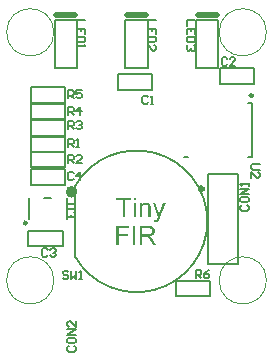
<source format=gto>
G04*
G04 #@! TF.GenerationSoftware,Altium Limited,Altium Designer,19.1.5 (86)*
G04*
G04 Layer_Color=65535*
%FSAX44Y44*%
%MOMM*%
G71*
G01*
G75*
%ADD10C,0.4000*%
%ADD11C,0.2500*%
%ADD12C,0.5000*%
%ADD13C,0.2000*%
%ADD14C,0.0127*%
%ADD15C,0.1500*%
G36*
X02944391Y02460680D02*
X02942424D01*
Y02462925D01*
X02944391D01*
Y02460680D01*
D02*
G37*
G36*
X02953207Y02458760D02*
X02953462Y02458737D01*
X02953763Y02458690D01*
X02954086Y02458621D01*
X02954434Y02458528D01*
X02954757Y02458389D01*
X02954804Y02458366D01*
X02954896Y02458320D01*
X02955058Y02458251D01*
X02955243Y02458135D01*
X02955475Y02457996D01*
X02955683Y02457811D01*
X02955891Y02457626D01*
X02956076Y02457394D01*
X02956100Y02457371D01*
X02956146Y02457279D01*
X02956215Y02457163D01*
X02956331Y02457001D01*
X02956423Y02456770D01*
X02956516Y02456538D01*
X02956632Y02456261D01*
X02956701Y02455960D01*
Y02455937D01*
X02956724Y02455844D01*
X02956747Y02455705D01*
X02956771Y02455520D01*
Y02455242D01*
X02956794Y02454919D01*
X02956817Y02454525D01*
Y02454039D01*
Y02446912D01*
X02954850D01*
Y02453947D01*
Y02453970D01*
Y02453993D01*
Y02454155D01*
Y02454363D01*
X02954827Y02454618D01*
X02954804Y02454919D01*
X02954757Y02455219D01*
X02954688Y02455497D01*
X02954619Y02455751D01*
Y02455775D01*
X02954572Y02455844D01*
X02954503Y02455960D01*
X02954434Y02456099D01*
X02954318Y02456237D01*
X02954179Y02456399D01*
X02953994Y02456561D01*
X02953786Y02456700D01*
X02953763Y02456723D01*
X02953693Y02456770D01*
X02953554Y02456816D01*
X02953392Y02456885D01*
X02953207Y02456955D01*
X02952976Y02457024D01*
X02952698Y02457047D01*
X02952420Y02457070D01*
X02952305D01*
X02952212Y02457047D01*
X02951981Y02457024D01*
X02951680Y02456978D01*
X02951356Y02456862D01*
X02950986Y02456723D01*
X02950616Y02456538D01*
X02950268Y02456261D01*
X02950222Y02456214D01*
X02950129Y02456099D01*
X02950060Y02456006D01*
X02949991Y02455890D01*
X02949898Y02455751D01*
X02949829Y02455589D01*
X02949736Y02455404D01*
X02949644Y02455173D01*
X02949574Y02454919D01*
X02949505Y02454641D01*
X02949459Y02454340D01*
X02949412Y02454016D01*
X02949366Y02453623D01*
Y02453229D01*
Y02446912D01*
X02947399D01*
Y02458528D01*
X02949158D01*
Y02456862D01*
X02949181Y02456885D01*
X02949227Y02456955D01*
X02949297Y02457047D01*
X02949389Y02457163D01*
X02949528Y02457302D01*
X02949690Y02457464D01*
X02949875Y02457649D01*
X02950107Y02457834D01*
X02950338Y02457996D01*
X02950616Y02458181D01*
X02950916Y02458343D01*
X02951240Y02458482D01*
X02951610Y02458598D01*
X02951981Y02458690D01*
X02952397Y02458760D01*
X02952837Y02458783D01*
X02953022D01*
X02953207Y02458760D01*
D02*
G37*
G36*
X02964939Y02446727D02*
Y02446704D01*
X02964915Y02446635D01*
X02964869Y02446542D01*
X02964823Y02446426D01*
X02964754Y02446264D01*
X02964684Y02446079D01*
X02964522Y02445686D01*
X02964360Y02445246D01*
X02964175Y02444807D01*
X02963990Y02444413D01*
X02963897Y02444251D01*
X02963828Y02444089D01*
X02963805Y02444043D01*
X02963735Y02443927D01*
X02963620Y02443765D01*
X02963481Y02443557D01*
X02963296Y02443326D01*
X02963087Y02443094D01*
X02962879Y02442863D01*
X02962625Y02442678D01*
X02962602Y02442655D01*
X02962509Y02442608D01*
X02962370Y02442539D01*
X02962162Y02442446D01*
X02961931Y02442354D01*
X02961653Y02442284D01*
X02961352Y02442238D01*
X02961005Y02442215D01*
X02960912D01*
X02960797Y02442238D01*
X02960635D01*
X02960450Y02442284D01*
X02960241Y02442331D01*
X02960010Y02442377D01*
X02959756Y02442469D01*
X02959547Y02444297D01*
X02959570D01*
X02959663Y02444274D01*
X02959779Y02444251D01*
X02959918Y02444205D01*
X02960288Y02444135D01*
X02960658Y02444112D01*
X02960774D01*
X02960889Y02444135D01*
X02961028D01*
X02961375Y02444205D01*
X02961537Y02444274D01*
X02961699Y02444344D01*
X02961722D01*
X02961769Y02444390D01*
X02961838Y02444436D01*
X02961931Y02444506D01*
X02962139Y02444691D01*
X02962324Y02444945D01*
Y02444969D01*
X02962370Y02445015D01*
X02962417Y02445107D01*
X02962463Y02445246D01*
X02962556Y02445431D01*
X02962648Y02445709D01*
X02962787Y02446033D01*
X02962926Y02446426D01*
Y02446449D01*
X02962972Y02446542D01*
X02963018Y02446704D01*
X02963111Y02446912D01*
X02958714Y02458528D01*
X02960797D01*
X02963226Y02451795D01*
Y02451772D01*
X02963250Y02451748D01*
X02963273Y02451679D01*
X02963296Y02451563D01*
X02963342Y02451448D01*
X02963388Y02451309D01*
X02963504Y02450985D01*
X02963643Y02450591D01*
X02963782Y02450129D01*
X02963921Y02449643D01*
X02964059Y02449111D01*
Y02449134D01*
X02964083Y02449180D01*
X02964106Y02449249D01*
X02964129Y02449342D01*
X02964152Y02449458D01*
X02964198Y02449596D01*
X02964291Y02449944D01*
X02964406Y02450337D01*
X02964568Y02450800D01*
X02964707Y02451263D01*
X02964893Y02451748D01*
X02967391Y02458528D01*
X02969359D01*
X02964939Y02446727D01*
D02*
G37*
G36*
X02944391Y02446912D02*
X02942424D01*
Y02458528D01*
X02944391D01*
Y02446912D01*
D02*
G37*
G36*
X02940480Y02461027D02*
X02935204D01*
Y02446912D01*
X02933076D01*
Y02461027D01*
X02927800D01*
Y02462925D01*
X02940480D01*
Y02461027D01*
D02*
G37*
G36*
X02955243Y02438989D02*
X02955452D01*
X02955938Y02438966D01*
X02956447Y02438897D01*
X02957002Y02438827D01*
X02957511Y02438712D01*
X02957766Y02438642D01*
X02957974Y02438573D01*
X02957997D01*
X02958020Y02438550D01*
X02958159Y02438480D01*
X02958367Y02438388D01*
X02958622Y02438226D01*
X02958900Y02438017D01*
X02959200Y02437740D01*
X02959478Y02437416D01*
X02959756Y02437046D01*
Y02437023D01*
X02959779Y02436999D01*
X02959871Y02436861D01*
X02959964Y02436629D01*
X02960103Y02436328D01*
X02960218Y02435981D01*
X02960334Y02435565D01*
X02960403Y02435125D01*
X02960427Y02434639D01*
Y02434616D01*
Y02434570D01*
Y02434477D01*
X02960403Y02434362D01*
Y02434200D01*
X02960380Y02434037D01*
X02960288Y02433644D01*
X02960149Y02433181D01*
X02959964Y02432695D01*
X02959686Y02432209D01*
X02959501Y02431978D01*
X02959316Y02431747D01*
X02959293Y02431724D01*
X02959270Y02431700D01*
X02959200Y02431631D01*
X02959108Y02431562D01*
X02958992Y02431469D01*
X02958853Y02431376D01*
X02958668Y02431261D01*
X02958483Y02431122D01*
X02958252Y02431006D01*
X02957997Y02430891D01*
X02957719Y02430752D01*
X02957419Y02430636D01*
X02957072Y02430543D01*
X02956724Y02430428D01*
X02956331Y02430358D01*
X02955914Y02430289D01*
X02955961Y02430266D01*
X02956053Y02430220D01*
X02956192Y02430127D01*
X02956377Y02430034D01*
X02956794Y02429780D01*
X02957002Y02429618D01*
X02957187Y02429479D01*
X02957233Y02429433D01*
X02957349Y02429317D01*
X02957534Y02429132D01*
X02957766Y02428901D01*
X02958020Y02428577D01*
X02958321Y02428230D01*
X02958622Y02427813D01*
X02958946Y02427350D01*
X02961699Y02423000D01*
X02959061D01*
X02956956Y02426332D01*
Y02426355D01*
X02956909Y02426402D01*
X02956863Y02426471D01*
X02956794Y02426564D01*
X02956632Y02426818D01*
X02956423Y02427142D01*
X02956169Y02427489D01*
X02955914Y02427859D01*
X02955660Y02428206D01*
X02955428Y02428530D01*
X02955405Y02428553D01*
X02955336Y02428646D01*
X02955220Y02428785D01*
X02955058Y02428947D01*
X02954711Y02429294D01*
X02954526Y02429456D01*
X02954341Y02429595D01*
X02954318Y02429618D01*
X02954272Y02429641D01*
X02954179Y02429687D01*
X02954040Y02429757D01*
X02953901Y02429826D01*
X02953739Y02429895D01*
X02953369Y02430011D01*
X02953346D01*
X02953300Y02430034D01*
X02953207D01*
X02953091Y02430058D01*
X02952929Y02430081D01*
X02952744D01*
X02952490Y02430104D01*
X02949759D01*
Y02423000D01*
X02947631D01*
Y02439012D01*
X02955058D01*
X02955243Y02438989D01*
D02*
G37*
G36*
X02943859Y02423000D02*
X02941730D01*
Y02439012D01*
X02943859D01*
Y02423000D01*
D02*
G37*
G36*
X02938629Y02437115D02*
X02929929D01*
Y02432163D01*
X02937449D01*
Y02430266D01*
X02929929D01*
Y02423000D01*
X02927800D01*
Y02439012D01*
X02938629D01*
Y02437115D01*
D02*
G37*
%LPC*%
G36*
X02954804Y02437231D02*
X02949759D01*
Y02431932D01*
X02954526D01*
X02954804Y02431955D01*
X02955128Y02431978D01*
X02955498Y02432001D01*
X02955868Y02432047D01*
X02956238Y02432117D01*
X02956562Y02432209D01*
X02956609Y02432233D01*
X02956701Y02432279D01*
X02956840Y02432348D01*
X02957025Y02432441D01*
X02957233Y02432580D01*
X02957442Y02432742D01*
X02957650Y02432950D01*
X02957812Y02433181D01*
X02957835Y02433204D01*
X02957881Y02433297D01*
X02957951Y02433436D01*
X02958043Y02433621D01*
X02958112Y02433829D01*
X02958182Y02434061D01*
X02958228Y02434338D01*
X02958252Y02434616D01*
Y02434639D01*
Y02434662D01*
X02958228Y02434801D01*
X02958205Y02435009D01*
X02958159Y02435287D01*
X02958043Y02435565D01*
X02957904Y02435889D01*
X02957696Y02436190D01*
X02957419Y02436490D01*
X02957372Y02436513D01*
X02957256Y02436606D01*
X02957072Y02436722D01*
X02956771Y02436861D01*
X02956423Y02436999D01*
X02955961Y02437115D01*
X02955428Y02437208D01*
X02954804Y02437231D01*
D02*
G37*
%LPD*%
D10*
X03001028Y02470400D02*
G03*
X03001028Y02470400I-00001270J00000000D01*
G01*
D11*
X03043300Y02549500D02*
G03*
X03043300Y02549500I-00001250J00000000D01*
G01*
X02851800Y02441650D02*
G03*
X02851800Y02441650I-00001250J00000000D01*
G01*
D12*
X02892300Y02468000D02*
G03*
X02892300Y02468000I-00002500J00000000D01*
G01*
X02876800Y02618000D02*
X02892800D01*
X02936800D02*
X02952800D01*
X02996800D02*
X03012800D01*
D13*
X02892829Y02413017D02*
G03*
X02892829Y02472983I00051971J00029983D01*
G01*
X03005600Y02406900D02*
Y02483100D01*
Y02406900D02*
X03031000D01*
Y02483100D01*
X03005600D02*
X03031000D01*
X02875400Y02613190D02*
X02884800D01*
X02875400Y02572810D02*
Y02613190D01*
Y02572810D02*
X02894200D01*
Y02613190D01*
X02884800D02*
X02894200D01*
X03038800Y02497500D02*
X03042800D01*
X02984800D02*
X02988800D01*
X03038800Y02543500D02*
X03042800D01*
Y02497500D02*
Y02543500D01*
X02866800Y02462650D02*
X02872800D01*
X02853800Y02444650D02*
Y02462650D01*
X02885800Y02444650D02*
Y02462650D01*
X02978300Y02392500D02*
X03007300D01*
X02978300Y02379500D02*
Y02392500D01*
Y02379500D02*
X03007300D01*
Y02392500D01*
X02892800Y02413000D02*
Y02472983D01*
X02855300Y02487000D02*
X02884300D01*
X02855300Y02474000D02*
Y02487000D01*
Y02474000D02*
X02884300D01*
Y02487000D01*
X02855300Y02529500D02*
Y02542500D01*
X02884300D01*
Y02529500D02*
Y02542500D01*
X02855300Y02529500D02*
X02884300D01*
X02855300Y02543500D02*
Y02556500D01*
X02884300D01*
Y02543500D02*
Y02556500D01*
X02855300Y02543500D02*
X02884300D01*
X02957924Y02554460D02*
Y02567460D01*
X02928924Y02554460D02*
X02957924D01*
X02928924D02*
Y02567460D01*
X02957924D01*
X02882300Y02422100D02*
Y02435100D01*
X02853300Y02422100D02*
X02882300D01*
X02853300D02*
Y02435100D01*
X02882300D01*
X02855300Y02515500D02*
Y02528500D01*
X02884300D01*
Y02515500D02*
Y02528500D01*
X02855300Y02515500D02*
X02884300D01*
X02944800Y02613190D02*
X02954200D01*
Y02572810D02*
Y02613190D01*
X02935400Y02572810D02*
X02954200D01*
X02935400D02*
Y02613190D01*
X02944800D01*
X03004800D02*
X03014200D01*
Y02572810D02*
Y02613190D01*
X02995400Y02572810D02*
X03014200D01*
X02995400D02*
Y02613190D01*
X03004800D01*
X02884300Y02489000D02*
Y02502000D01*
X02855300Y02489000D02*
X02884300D01*
X02855300D02*
Y02502000D01*
X02884300D01*
Y02501519D02*
Y02514519D01*
X02855300Y02501519D02*
X02884300D01*
X02855300D02*
Y02514519D01*
X02884300D01*
X03044300Y02559500D02*
Y02572500D01*
X03015300Y02559500D02*
X03044300D01*
X03015300D02*
Y02572500D01*
X03044300D01*
D14*
X03054800Y02393000D02*
G03*
X03054800Y02393000I-00020000J00000000D01*
G01*
X02874800D02*
G03*
X02874800Y02393000I-00020000J00000000D01*
G01*
X03054800Y02603000D02*
G03*
X03054800Y02603000I-00020000J00000000D01*
G01*
X02874800D02*
G03*
X02874800Y02603000I-00020000J00000000D01*
G01*
D15*
X02891465Y02483831D02*
X02890299Y02484998D01*
X02887966D01*
X02886800Y02483831D01*
Y02479166D01*
X02887966Y02478000D01*
X02890299D01*
X02891465Y02479166D01*
X02897296Y02478000D02*
Y02484998D01*
X02893798Y02481499D01*
X02898463D01*
X02886965Y02399977D02*
X02885799Y02401143D01*
X02883466D01*
X02882300Y02399977D01*
Y02398810D01*
X02883466Y02397644D01*
X02885799D01*
X02886965Y02396478D01*
Y02395311D01*
X02885799Y02394145D01*
X02883466D01*
X02882300Y02395311D01*
X02889298Y02401143D02*
Y02394145D01*
X02891630Y02396478D01*
X02893963Y02394145D01*
Y02401143D01*
X02896295Y02394145D02*
X02898628D01*
X02897462D01*
Y02401143D01*
X02896295Y02399977D01*
X02994800Y02395000D02*
Y02401998D01*
X02998299D01*
X02999465Y02400831D01*
Y02398499D01*
X02998299Y02397333D01*
X02994800D01*
X02997133D02*
X02999465Y02395000D01*
X03006463Y02401998D02*
X03004130Y02400831D01*
X03001798Y02398499D01*
Y02396166D01*
X03002964Y02395000D01*
X03005297D01*
X03006463Y02396166D01*
Y02397333D01*
X03005297Y02398499D01*
X03001798D01*
X02886800Y02533000D02*
Y02539998D01*
X02890299D01*
X02891465Y02538831D01*
Y02536499D01*
X02890299Y02535333D01*
X02886800D01*
X02889133D02*
X02891465Y02533000D01*
X02897296D02*
Y02539998D01*
X02893798Y02536499D01*
X02898463D01*
X02892798Y02458000D02*
X02886966D01*
X02885800Y02456834D01*
Y02454501D01*
X02886966Y02453335D01*
X02892798D01*
X02891631Y02451002D02*
X02892798Y02449836D01*
Y02447503D01*
X02891631Y02446337D01*
X02890465D01*
X02889299Y02447503D01*
Y02448670D01*
Y02447503D01*
X02888133Y02446337D01*
X02886966D01*
X02885800Y02447503D01*
Y02449836D01*
X02886966Y02451002D01*
X03049048Y02491500D02*
X03043216D01*
X03042050Y02490334D01*
Y02488001D01*
X03043216Y02486835D01*
X03049048D01*
X03042050Y02479837D02*
Y02484502D01*
X03046715Y02479837D01*
X03047881D01*
X03049048Y02481003D01*
Y02483336D01*
X03047881Y02484502D01*
X02886800Y02547000D02*
Y02553998D01*
X02890299D01*
X02891465Y02552832D01*
Y02550499D01*
X02890299Y02549333D01*
X02886800D01*
X02889133D02*
X02891465Y02547000D01*
X02898463Y02553998D02*
X02893798D01*
Y02550499D01*
X02896130Y02551665D01*
X02897296D01*
X02898463Y02550499D01*
Y02548166D01*
X02897296Y02547000D01*
X02894964D01*
X02893798Y02548166D01*
X02886800Y02521000D02*
Y02527998D01*
X02890299D01*
X02891465Y02526832D01*
Y02524499D01*
X02890299Y02523333D01*
X02886800D01*
X02889133D02*
X02891465Y02521000D01*
X02893798Y02526832D02*
X02894964Y02527998D01*
X02897296D01*
X02898463Y02526832D01*
Y02525665D01*
X02897296Y02524499D01*
X02896130D01*
X02897296D01*
X02898463Y02523333D01*
Y02522166D01*
X02897296Y02521000D01*
X02894964D01*
X02893798Y02522166D01*
X02886800Y02492250D02*
Y02499248D01*
X02890299D01*
X02891465Y02498081D01*
Y02495749D01*
X02890299Y02494583D01*
X02886800D01*
X02889133D02*
X02891465Y02492250D01*
X02898463D02*
X02893798D01*
X02898463Y02496915D01*
Y02498081D01*
X02897296Y02499248D01*
X02894964D01*
X02893798Y02498081D01*
X02886800Y02505769D02*
Y02512767D01*
X02890299D01*
X02891465Y02511600D01*
Y02509268D01*
X02890299Y02508102D01*
X02886800D01*
X02889133D02*
X02891465Y02505769D01*
X02893798D02*
X02896130D01*
X02894964D01*
Y02512767D01*
X02893798Y02511600D01*
X02901198Y02613190D02*
X02894200D01*
Y02608525D01*
X02901198Y02601527D02*
Y02606192D01*
X02894200D01*
Y02601527D01*
X02897699Y02606192D02*
Y02603860D01*
X02901198Y02599195D02*
X02894200D01*
Y02595695D01*
X02895366Y02594529D01*
X02900031D01*
X02901198Y02595695D01*
Y02599195D01*
X02894200Y02592197D02*
Y02589864D01*
Y02591031D01*
X02901198D01*
X02900031Y02592197D01*
X02961198Y02613190D02*
X02954200D01*
Y02608525D01*
X02961198Y02601527D02*
Y02606192D01*
X02954200D01*
Y02601527D01*
X02957699Y02606192D02*
Y02603860D01*
X02961198Y02599195D02*
X02954200D01*
Y02595695D01*
X02955366Y02594529D01*
X02960031D01*
X02961198Y02595695D01*
Y02599195D01*
X02954200Y02587532D02*
Y02592197D01*
X02958865Y02587532D01*
X02960031D01*
X02961198Y02588698D01*
Y02591031D01*
X02960031Y02592197D01*
X02994298Y02613190D02*
X02987300D01*
Y02608525D01*
X02994298Y02601527D02*
Y02606192D01*
X02987300D01*
Y02601527D01*
X02990799Y02606192D02*
Y02603860D01*
X02994298Y02599195D02*
X02987300D01*
Y02595695D01*
X02988466Y02594529D01*
X02993131D01*
X02994298Y02595695D01*
Y02599195D01*
X02993131Y02592197D02*
X02994298Y02591031D01*
Y02588698D01*
X02993131Y02587532D01*
X02991965D01*
X02990799Y02588698D01*
Y02589864D01*
Y02588698D01*
X02989633Y02587532D01*
X02988466D01*
X02987300Y02588698D01*
Y02591031D01*
X02988466Y02592197D01*
X02887469Y02337415D02*
X02886302Y02336249D01*
Y02333916D01*
X02887469Y02332750D01*
X02892134D01*
X02893300Y02333916D01*
Y02336249D01*
X02892134Y02337415D01*
X02886302Y02343247D02*
Y02340914D01*
X02887469Y02339748D01*
X02892134D01*
X02893300Y02340914D01*
Y02343247D01*
X02892134Y02344413D01*
X02887469D01*
X02886302Y02343247D01*
X02893300Y02346745D02*
X02886302D01*
X02893300Y02351411D01*
X02886302D01*
X02893300Y02358408D02*
Y02353743D01*
X02888635Y02358408D01*
X02887469D01*
X02886302Y02357242D01*
Y02354910D01*
X02887469Y02353743D01*
X03033969Y02456665D02*
X03032802Y02455499D01*
Y02453166D01*
X03033969Y02452000D01*
X03038634D01*
X03039800Y02453166D01*
Y02455499D01*
X03038634Y02456665D01*
X03032802Y02462497D02*
Y02460164D01*
X03033969Y02458998D01*
X03038634D01*
X03039800Y02460164D01*
Y02462497D01*
X03038634Y02463663D01*
X03033969D01*
X03032802Y02462497D01*
X03039800Y02465995D02*
X03032802D01*
X03039800Y02470661D01*
X03032802D01*
X03039800Y02472993D02*
Y02475326D01*
Y02474160D01*
X03032802D01*
X03033969Y02472993D01*
X02869465Y02418831D02*
X02868299Y02419998D01*
X02865966D01*
X02864800Y02418831D01*
Y02414166D01*
X02865966Y02413000D01*
X02868299D01*
X02869465Y02414166D01*
X02871798Y02418831D02*
X02872964Y02419998D01*
X02875297D01*
X02876463Y02418831D01*
Y02417665D01*
X02875297Y02416499D01*
X02874130D01*
X02875297D01*
X02876463Y02415333D01*
Y02414166D01*
X02875297Y02413000D01*
X02872964D01*
X02871798Y02414166D01*
X03021465Y02580581D02*
X03020299Y02581748D01*
X03017966D01*
X03016800Y02580581D01*
Y02575916D01*
X03017966Y02574750D01*
X03020299D01*
X03021465Y02575916D01*
X03028463Y02574750D02*
X03023798D01*
X03028463Y02579415D01*
Y02580581D01*
X03027296Y02581748D01*
X03024964D01*
X03023798Y02580581D01*
X02954465Y02548331D02*
X02953299Y02549498D01*
X02950966D01*
X02949800Y02548331D01*
Y02543666D01*
X02950966Y02542500D01*
X02953299D01*
X02954465Y02543666D01*
X02956798Y02542500D02*
X02959130D01*
X02957964D01*
Y02549498D01*
X02956798Y02548331D01*
M02*

</source>
